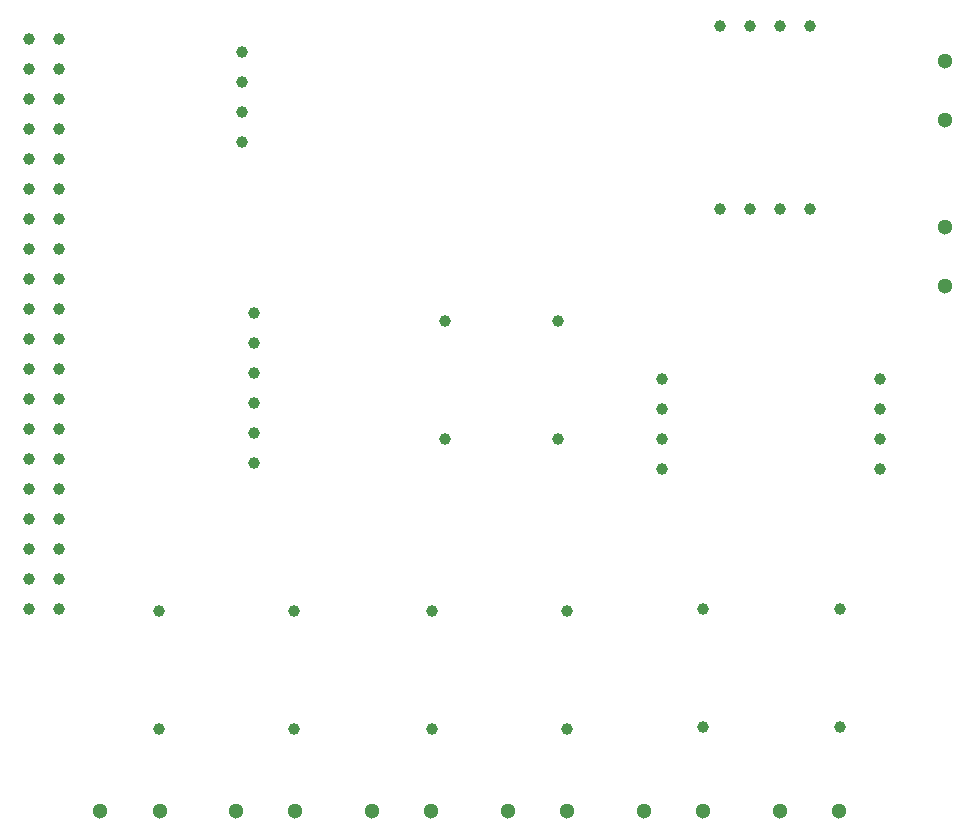
<source format=gbr>
%TF.GenerationSoftware,KiCad,Pcbnew,8.0.6*%
%TF.CreationDate,2025-01-28T17:51:17-05:00*%
%TF.ProjectId,SAS-PCB,5341532d-5043-4422-9e6b-696361645f70,rev?*%
%TF.SameCoordinates,Original*%
%TF.FileFunction,Plated,1,2,PTH,Drill*%
%TF.FilePolarity,Positive*%
%FSLAX46Y46*%
G04 Gerber Fmt 4.6, Leading zero omitted, Abs format (unit mm)*
G04 Created by KiCad (PCBNEW 8.0.6) date 2025-01-28 17:51:17*
%MOMM*%
%LPD*%
G01*
G04 APERTURE LIST*
%TA.AperFunction,ComponentDrill*%
%ADD10C,1.000000*%
%TD*%
%TA.AperFunction,ComponentDrill*%
%ADD11C,1.300000*%
%TD*%
G04 APERTURE END LIST*
D10*
%TO.C,J6-cable-plat1*%
X125460000Y-44140000D03*
X125460000Y-46680000D03*
X125460000Y-49220000D03*
X125460000Y-51760000D03*
X125460000Y-54300000D03*
X125460000Y-56840000D03*
X125460000Y-59380000D03*
X125460000Y-61920000D03*
X125460000Y-64460000D03*
X125460000Y-67000000D03*
X125460000Y-69540000D03*
X125460000Y-72080000D03*
X125460000Y-74620000D03*
X125460000Y-77160000D03*
X125460000Y-79700000D03*
X125460000Y-82240000D03*
X125460000Y-84780000D03*
X125460000Y-87320000D03*
X125460000Y-89860000D03*
X125460000Y-92400000D03*
X128000000Y-44140000D03*
X128000000Y-46680000D03*
X128000000Y-49220000D03*
X128000000Y-51760000D03*
X128000000Y-54300000D03*
X128000000Y-56840000D03*
X128000000Y-59380000D03*
X128000000Y-61920000D03*
X128000000Y-64460000D03*
X128000000Y-67000000D03*
X128000000Y-69540000D03*
X128000000Y-72080000D03*
X128000000Y-74620000D03*
X128000000Y-77160000D03*
X128000000Y-79700000D03*
X128000000Y-82240000D03*
X128000000Y-84780000D03*
X128000000Y-87320000D03*
X128000000Y-89860000D03*
X128000000Y-92400000D03*
%TO.C,R6*%
X136484000Y-92500000D03*
X136484000Y-102500000D03*
%TO.C,J5-GPS1*%
X143500000Y-45190000D03*
X143500000Y-47730000D03*
X143500000Y-50270000D03*
X143500000Y-52810000D03*
%TO.C,J4-BMP280*%
X144500000Y-67310000D03*
X144500000Y-69850000D03*
X144500000Y-72390000D03*
X144500000Y-74930000D03*
X144500000Y-77470000D03*
X144500000Y-80010000D03*
%TO.C,R5*%
X147914000Y-92500000D03*
X147914000Y-102500000D03*
%TO.C,R4*%
X159598000Y-92500000D03*
X159598000Y-102500000D03*
%TO.C,R8*%
X160700000Y-68000000D03*
X160700000Y-78000000D03*
%TO.C,R7*%
X170200000Y-68000000D03*
X170200000Y-78000000D03*
%TO.C,R3*%
X171028000Y-92536000D03*
X171028000Y-102536000D03*
%TO.C,J2-LCD1*%
X179000000Y-72880000D03*
X179000000Y-75420000D03*
X179000000Y-77960000D03*
X179000000Y-80500000D03*
%TO.C,R2*%
X182472000Y-92400000D03*
X182472000Y-102400000D03*
%TO.C,J9-Fan2*%
X183920000Y-43000000D03*
%TO.C,J8-Fan1*%
X183920000Y-58500000D03*
%TO.C,J9-Fan2*%
X186460000Y-43000000D03*
%TO.C,J8-Fan1*%
X186460000Y-58500000D03*
%TO.C,J9-Fan2*%
X189000000Y-43000000D03*
%TO.C,J8-Fan1*%
X189000000Y-58500000D03*
%TO.C,J9-Fan2*%
X191540000Y-43000000D03*
%TO.C,J8-Fan1*%
X191540000Y-58500000D03*
%TO.C,R1*%
X194100000Y-92400000D03*
X194100000Y-102400000D03*
%TO.C,J3-LCD2*%
X197500000Y-72920000D03*
X197500000Y-75460000D03*
X197500000Y-78000000D03*
X197500000Y-80540000D03*
D11*
%TO.C,Bouton_6*%
X131500000Y-109500000D03*
X136500000Y-109500000D03*
%TO.C,Bouton_5*%
X143000000Y-109500000D03*
X148000000Y-109500000D03*
%TO.C,Bouton_4*%
X154500000Y-109500000D03*
X159500000Y-109500000D03*
%TO.C,Bouton_3*%
X166000000Y-109500000D03*
X171000000Y-109500000D03*
%TO.C,Bouton_2*%
X177500000Y-109500000D03*
X182500000Y-109500000D03*
%TO.C,Bouton_1*%
X189000000Y-109500000D03*
X194000000Y-109500000D03*
%TO.C,J7-RFD900x1*%
X203000000Y-46000000D03*
X203000000Y-51000000D03*
%TO.C,J1_Batt1*%
X203000000Y-60000000D03*
X203000000Y-65000000D03*
M02*

</source>
